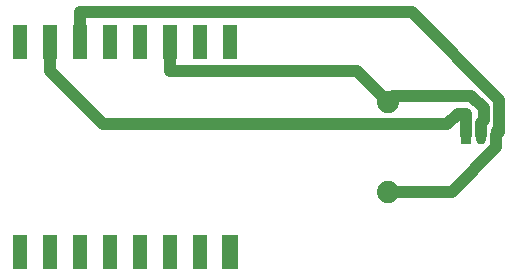
<source format=gbl>
G04 Layer: BottomLayer*
G04 EasyEDA v6.5.51, 2025-10-31 17:09:16*
G04 2a876ee2f8c64fd6b9d8811a9e17b5e1,324dd03f55b54ef1918ba81d68900132,10*
G04 Gerber Generator version 0.2*
G04 Scale: 100 percent, Rotated: No, Reflected: No *
G04 Dimensions in millimeters *
G04 leading zeros omitted , absolute positions ,4 integer and 5 decimal *
%FSLAX45Y45*%
%MOMM*%

%ADD10C,1.0000*%
%ADD11C,1.8800*%
%ADD12O,0.899998X1.599997*%
%ADD13R,0.9000X1.6000*%
%ADD14R,1.3000X3.0000*%
%ADD15R,1.3300X3.0000*%
%ADD16R,0.0146X3.0000*%

%LPD*%
D10*
X1701802Y9038460D02*
G01*
X4508654Y9038460D01*
X5252671Y8294443D01*
X5252671Y8025660D01*
X5226992Y7999981D01*
X5120845Y8124314D02*
G01*
X5099992Y8103461D01*
X5099992Y7999981D01*
X5120845Y8124314D02*
G01*
X5120845Y8223120D01*
X5016096Y8327870D01*
X4352775Y8327870D01*
X4305302Y8280397D01*
X2463802Y8538309D02*
G01*
X4047390Y8538309D01*
X4305302Y8280397D01*
X2463802Y8788397D02*
G01*
X2463802Y8538309D01*
X4972992Y8180067D02*
G01*
X4900449Y8180067D01*
X4810406Y8090024D01*
X1896087Y8090024D01*
X1447802Y8538309D01*
X4972992Y7999981D02*
G01*
X4972992Y8180067D01*
X1447802Y8788397D02*
G01*
X1447802Y8538309D01*
X5226992Y7999981D02*
G01*
X5226992Y7895917D01*
X4849472Y7518397D01*
X4305302Y7518397D01*
X1701802Y8788397D02*
G01*
X1701802Y9038460D01*
D11*
G01*
X4305292Y8280382D03*
G01*
X4305292Y7518384D03*
D12*
G01*
X5226989Y7999984D03*
G01*
X5099989Y7999984D03*
D13*
G01*
X4972989Y7999984D03*
D14*
G01*
X1193800Y7010400D03*
G01*
X1447800Y7010400D03*
G01*
X1701800Y7010400D03*
G01*
X1955800Y7010400D03*
G01*
X2209800Y7010400D03*
G01*
X2463800Y7010400D03*
G01*
X2717800Y7010400D03*
D15*
G01*
X2971800Y7010400D03*
D14*
G01*
X2971800Y8788400D03*
G01*
X2717800Y8788400D03*
G01*
X2463800Y8788400D03*
G01*
X2209800Y8788400D03*
G01*
X1955800Y8788400D03*
G01*
X1701800Y8788400D03*
G01*
X1447800Y8788400D03*
G01*
X1193800Y8788400D03*
M02*

</source>
